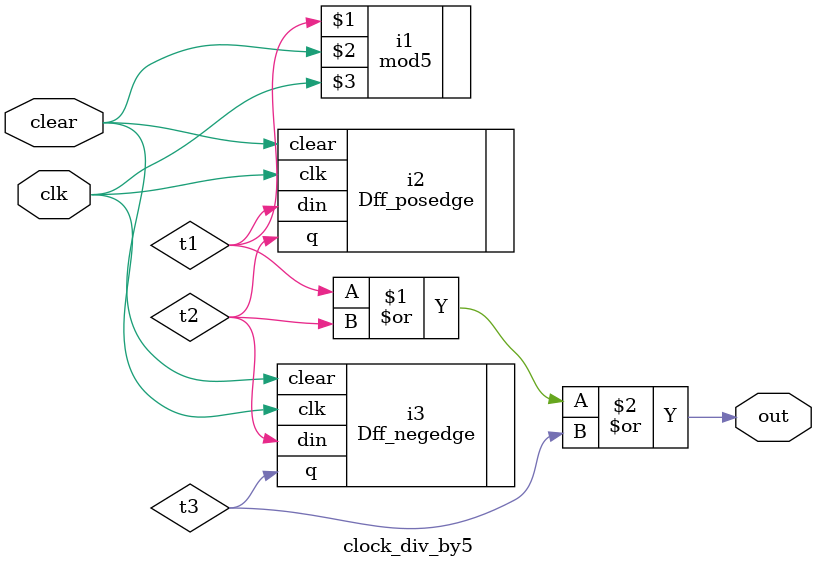
<source format=v>
module clock_div_by5(out, clear, clk);
    output out;
    input clear, clk;   
    wire t1, t2, t3; 
    mod5 i1(t1, clear, clk);
    Dff_posedge i2(.q(t2), .din(t1), .clear(clear), .clk(clk));
    Dff_negedge i3(.q(t3), .din(t2), .clear(clear), .clk(clk));
    or (out, t1,t2, t3);
    
endmodule    
</source>
